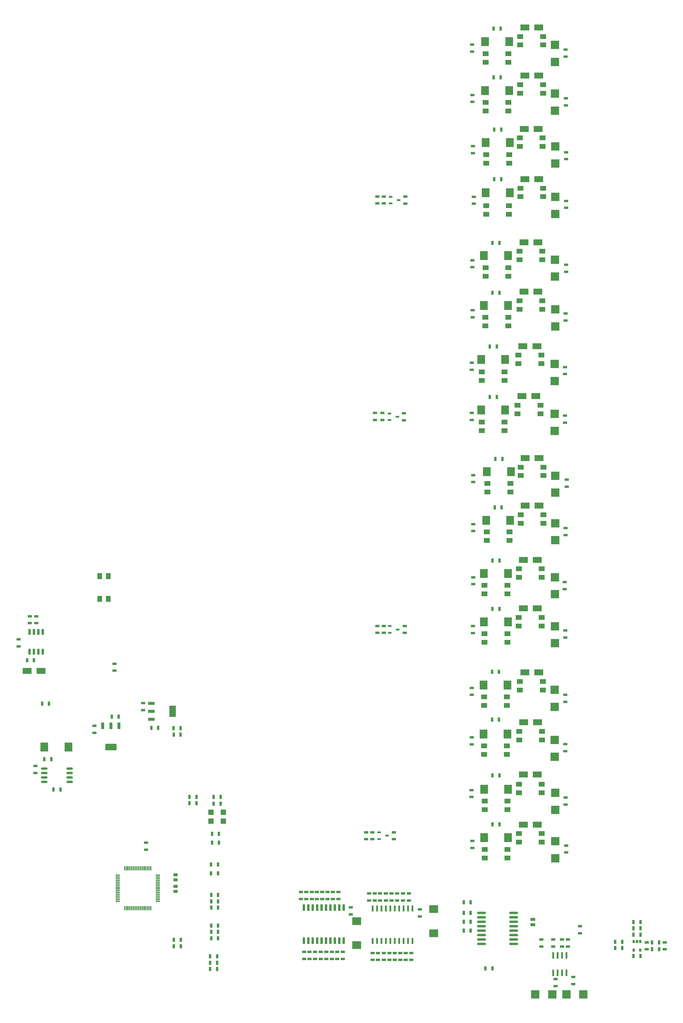
<source format=gbr>
%TF.GenerationSoftware,Altium Limited,Altium Designer,24.10.1 (45)*%
G04 Layer_Color=128*
%FSLAX43Y43*%
%MOMM*%
%TF.SameCoordinates,766D9AF5-BA92-4156-BEB6-FD46E2A8267A*%
%TF.FilePolarity,Positive*%
%TF.FileFunction,Paste,Bot*%
%TF.Part,Single*%
G01*
G75*
%TA.AperFunction,SMDPad,CuDef*%
%ADD15R,1.250X0.800*%
%ADD16R,0.800X1.250*%
%ADD53O,1.900X0.650*%
%ADD54R,2.200X2.500*%
G04:AMPARAMS|DCode=55|XSize=0.6mm|YSize=1.9mm|CornerRadius=0.051mm|HoleSize=0mm|Usage=FLASHONLY|Rotation=0.000|XOffset=0mm|YOffset=0mm|HoleType=Round|Shape=RoundedRectangle|*
%AMROUNDEDRECTD55*
21,1,0.600,1.798,0,0,0.0*
21,1,0.498,1.900,0,0,0.0*
1,1,0.102,0.249,-0.899*
1,1,0.102,-0.249,-0.899*
1,1,0.102,-0.249,0.899*
1,1,0.102,0.249,0.899*
%
%ADD55ROUNDEDRECTD55*%
G04:AMPARAMS|DCode=56|XSize=0.55mm|YSize=1.7mm|CornerRadius=0.05mm|HoleSize=0mm|Usage=FLASHONLY|Rotation=0.000|XOffset=0mm|YOffset=0mm|HoleType=Round|Shape=RoundedRectangle|*
%AMROUNDEDRECTD56*
21,1,0.550,1.601,0,0,0.0*
21,1,0.451,1.700,0,0,0.0*
1,1,0.099,0.226,-0.800*
1,1,0.099,-0.226,-0.800*
1,1,0.099,-0.226,0.800*
1,1,0.099,0.226,0.800*
%
%ADD56ROUNDEDRECTD56*%
%ADD57R,2.500X2.200*%
%ADD58R,1.450X1.800*%
%ADD59R,1.900X0.950*%
%ADD60R,1.900X3.250*%
%ADD61R,1.350X0.950*%
%ADD62R,2.400X2.400*%
%ADD63R,0.650X0.900*%
%ADD64R,1.194X0.305*%
%ADD65R,0.305X1.194*%
%ADD66O,2.600X0.700*%
%ADD67R,1.524X1.524*%
%ADD68R,1.262X0.958*%
%ADD69R,2.400X2.400*%
%ADD70R,0.530X1.980*%
%ADD71R,1.800X1.450*%
%ADD72R,1.050X0.600*%
%ADD73R,2.500X1.700*%
%ADD74R,0.950X1.900*%
%ADD75R,3.250X1.900*%
G04:AMPARAMS|DCode=76|XSize=0.65mm|YSize=1.65mm|CornerRadius=0.049mm|HoleSize=0mm|Usage=FLASHONLY|Rotation=0.000|XOffset=0mm|YOffset=0mm|HoleType=Round|Shape=RoundedRectangle|*
%AMROUNDEDRECTD76*
21,1,0.650,1.553,0,0,0.0*
21,1,0.553,1.650,0,0,0.0*
1,1,0.098,0.276,-0.776*
1,1,0.098,-0.276,-0.776*
1,1,0.098,-0.276,0.776*
1,1,0.098,0.276,0.776*
%
%ADD76ROUNDEDRECTD76*%
D15*
X110255Y55400D02*
D03*
Y53400D02*
D03*
X7350Y72397D02*
D03*
Y74397D02*
D03*
X104160Y18775D02*
D03*
Y20775D02*
D03*
X105705Y18775D02*
D03*
Y20775D02*
D03*
X107375Y18775D02*
D03*
Y20775D02*
D03*
X108965Y18775D02*
D03*
Y20775D02*
D03*
X110475Y18775D02*
D03*
Y20775D02*
D03*
X112105Y18775D02*
D03*
Y20775D02*
D03*
X90896Y21070D02*
D03*
Y19070D02*
D03*
X107940Y37851D02*
D03*
Y35851D02*
D03*
X106270Y37851D02*
D03*
Y35851D02*
D03*
X104725Y37851D02*
D03*
Y35851D02*
D03*
X109580Y37851D02*
D03*
Y35851D02*
D03*
X103170Y37851D02*
D03*
Y35851D02*
D03*
X111225Y37851D02*
D03*
Y35851D02*
D03*
X112915Y37851D02*
D03*
Y35851D02*
D03*
X114534Y37851D02*
D03*
Y35851D02*
D03*
X115250Y18775D02*
D03*
Y20775D02*
D03*
X113650Y18775D02*
D03*
Y20775D02*
D03*
X88195Y38275D02*
D03*
Y36275D02*
D03*
X86685Y38275D02*
D03*
Y36275D02*
D03*
X87620Y19070D02*
D03*
Y21070D02*
D03*
X86065Y19070D02*
D03*
Y21070D02*
D03*
X84490Y19075D02*
D03*
Y21075D02*
D03*
X89695Y38275D02*
D03*
Y36275D02*
D03*
X30100Y101739D02*
D03*
Y103739D02*
D03*
X2520Y108749D02*
D03*
Y110749D02*
D03*
X159464Y78685D02*
D03*
Y80685D02*
D03*
X132584Y82605D02*
D03*
Y80605D02*
D03*
X132574Y96793D02*
D03*
Y94793D02*
D03*
X133004Y143789D02*
D03*
Y141789D02*
D03*
X133222Y237678D02*
D03*
Y235678D02*
D03*
X132942Y252188D02*
D03*
Y250188D02*
D03*
X159590Y263903D02*
D03*
Y265903D02*
D03*
X159730Y216184D02*
D03*
Y218184D02*
D03*
X159333Y186824D02*
D03*
Y188824D02*
D03*
X182836Y21818D02*
D03*
Y23818D02*
D03*
X187993Y21818D02*
D03*
Y23818D02*
D03*
X39159Y50407D02*
D03*
Y52407D02*
D03*
X85130Y36275D02*
D03*
Y38275D02*
D03*
X91231Y36275D02*
D03*
Y38275D02*
D03*
X92750Y36275D02*
D03*
Y38275D02*
D03*
X161732Y13892D02*
D03*
Y11892D02*
D03*
X156662Y11292D02*
D03*
Y13292D02*
D03*
X160207Y22632D02*
D03*
Y24632D02*
D03*
X158477Y22632D02*
D03*
Y24632D02*
D03*
X155937D02*
D03*
Y22632D02*
D03*
X152592Y24632D02*
D03*
Y22632D02*
D03*
X163712Y26412D02*
D03*
Y28412D02*
D03*
X159403Y174884D02*
D03*
Y172884D02*
D03*
X159550Y204184D02*
D03*
Y202184D02*
D03*
X106937Y173643D02*
D03*
Y175643D02*
D03*
X104803D02*
D03*
Y173643D02*
D03*
X113162Y175563D02*
D03*
Y173563D02*
D03*
X94320Y38275D02*
D03*
Y36275D02*
D03*
X159500Y279873D02*
D03*
Y277873D02*
D03*
X107415Y237770D02*
D03*
Y235770D02*
D03*
X105494D02*
D03*
Y237770D02*
D03*
X159672Y236498D02*
D03*
Y234498D02*
D03*
X113561Y235720D02*
D03*
Y237720D02*
D03*
X83617Y36275D02*
D03*
Y38275D02*
D03*
X95605Y21070D02*
D03*
Y19070D02*
D03*
X159692Y250478D02*
D03*
Y248478D02*
D03*
X132623Y175654D02*
D03*
Y173654D02*
D03*
X132593Y188054D02*
D03*
Y190054D02*
D03*
X132850Y205114D02*
D03*
Y203114D02*
D03*
X132810Y217484D02*
D03*
Y219484D02*
D03*
X132770Y264883D02*
D03*
Y266883D02*
D03*
X132680Y279343D02*
D03*
Y281343D02*
D03*
X97927Y31825D02*
D03*
Y33825D02*
D03*
X117725Y31250D02*
D03*
Y33250D02*
D03*
X159714Y49585D02*
D03*
Y51585D02*
D03*
X159524Y63355D02*
D03*
Y65355D02*
D03*
X159484Y92815D02*
D03*
Y94815D02*
D03*
X159564Y142629D02*
D03*
Y140629D02*
D03*
X159854Y156549D02*
D03*
Y154549D02*
D03*
X159426Y111289D02*
D03*
Y113289D02*
D03*
X94000Y21070D02*
D03*
Y19070D02*
D03*
X92441D02*
D03*
Y21070D02*
D03*
X89255Y19070D02*
D03*
Y21070D02*
D03*
X159296Y127169D02*
D03*
Y125169D02*
D03*
X132774Y50915D02*
D03*
Y52915D02*
D03*
X132538Y67509D02*
D03*
Y65509D02*
D03*
X133064Y155839D02*
D03*
Y157839D02*
D03*
X132926Y112529D02*
D03*
Y114529D02*
D03*
X133056Y126559D02*
D03*
Y128559D02*
D03*
X113347Y114575D02*
D03*
Y112575D02*
D03*
X107370D02*
D03*
Y114575D02*
D03*
X105530Y112575D02*
D03*
Y114575D02*
D03*
X102275Y53380D02*
D03*
Y55380D02*
D03*
X104105D02*
D03*
Y53380D02*
D03*
X38270Y92459D02*
D03*
Y90459D02*
D03*
X7640Y115369D02*
D03*
Y117369D02*
D03*
X5740Y115369D02*
D03*
Y117369D02*
D03*
X24310Y83919D02*
D03*
Y85919D02*
D03*
D16*
X9925Y76330D02*
D03*
X11925D02*
D03*
X14568Y67659D02*
D03*
X12568D02*
D03*
X47035Y85247D02*
D03*
X49035D02*
D03*
X139394Y162459D02*
D03*
X141394D02*
D03*
X139056Y242697D02*
D03*
X141056D02*
D03*
X173793Y22188D02*
D03*
X175793D02*
D03*
X179013Y27838D02*
D03*
X181013D02*
D03*
X184363Y21808D02*
D03*
X186363D02*
D03*
X179013Y25998D02*
D03*
X181013D02*
D03*
X184363Y23818D02*
D03*
X186363D02*
D03*
X175793Y23998D02*
D03*
X173793D02*
D03*
X181019Y29657D02*
D03*
X179019D02*
D03*
X181013Y19891D02*
D03*
X179013D02*
D03*
X132303Y29712D02*
D03*
X130303D02*
D03*
Y35287D02*
D03*
X132303D02*
D03*
X130303Y32252D02*
D03*
X132303D02*
D03*
Y27172D02*
D03*
X130303D02*
D03*
X58087Y52421D02*
D03*
X60087D02*
D03*
X60087Y54961D02*
D03*
X58087D02*
D03*
X58552Y65561D02*
D03*
X60552D02*
D03*
X53592Y65561D02*
D03*
X51592D02*
D03*
X53592Y63711D02*
D03*
X51592D02*
D03*
X58552Y63561D02*
D03*
X60552D02*
D03*
X57823Y35552D02*
D03*
X59823D02*
D03*
X57823Y37384D02*
D03*
X59823D02*
D03*
X59826Y24951D02*
D03*
X57826D02*
D03*
X57826Y28620D02*
D03*
X59826D02*
D03*
X57826Y26832D02*
D03*
X59826D02*
D03*
X59823Y33784D02*
D03*
X57823D02*
D03*
X57757Y46131D02*
D03*
X59757D02*
D03*
X47087Y24536D02*
D03*
X49087D02*
D03*
X59757Y43591D02*
D03*
X57757D02*
D03*
X57522Y17957D02*
D03*
X59522D02*
D03*
X59511Y16147D02*
D03*
X57511D02*
D03*
X57522Y19787D02*
D03*
X59522D02*
D03*
X49087Y22696D02*
D03*
X47087D02*
D03*
X139763Y180254D02*
D03*
X137763D02*
D03*
X139763Y194724D02*
D03*
X137763D02*
D03*
X140540Y210153D02*
D03*
X138540D02*
D03*
X138570Y224473D02*
D03*
X140570D02*
D03*
X140870Y271912D02*
D03*
X138870D02*
D03*
Y285882D02*
D03*
X140870D02*
D03*
X141056Y256955D02*
D03*
X139056D02*
D03*
X140574Y57675D02*
D03*
X138574D02*
D03*
Y71689D02*
D03*
X140574D02*
D03*
X138414Y87685D02*
D03*
X140414D02*
D03*
X138414Y101425D02*
D03*
X140414D02*
D03*
X141174Y148559D02*
D03*
X139174D02*
D03*
X138556Y119449D02*
D03*
X140556D02*
D03*
X138556Y133339D02*
D03*
X140556D02*
D03*
X136498Y16325D02*
D03*
X138498D02*
D03*
X31290Y88539D02*
D03*
X29290D02*
D03*
X42630Y85339D02*
D03*
X40630D02*
D03*
X7005Y104691D02*
D03*
X5005D02*
D03*
X9300Y92302D02*
D03*
X11300D02*
D03*
X47065Y83377D02*
D03*
X49065D02*
D03*
D53*
X17218Y73647D02*
D03*
Y72377D02*
D03*
Y71107D02*
D03*
Y69837D02*
D03*
X9918Y73647D02*
D03*
Y72377D02*
D03*
Y71107D02*
D03*
Y69837D02*
D03*
D54*
X9950Y79830D02*
D03*
X16850D02*
D03*
X142213Y176564D02*
D03*
X135313D02*
D03*
X142213Y190964D02*
D03*
X135313D02*
D03*
X142990Y206483D02*
D03*
X136090D02*
D03*
X136120Y220784D02*
D03*
X143020D02*
D03*
X143320Y268143D02*
D03*
X136420D02*
D03*
X143320Y282223D02*
D03*
X136420D02*
D03*
X143492Y238868D02*
D03*
X136592D02*
D03*
X136606Y253233D02*
D03*
X143506D02*
D03*
X143024Y53805D02*
D03*
X136124D02*
D03*
X143024Y67759D02*
D03*
X136124D02*
D03*
X142864Y83535D02*
D03*
X135964D02*
D03*
X142864Y97635D02*
D03*
X135964D02*
D03*
X143624Y144895D02*
D03*
X136724D02*
D03*
X136944Y158799D02*
D03*
X143844D02*
D03*
X143006Y115734D02*
D03*
X136106D02*
D03*
X143006Y129659D02*
D03*
X136106D02*
D03*
D55*
X84460Y33775D02*
D03*
X85730D02*
D03*
X87000D02*
D03*
X88270D02*
D03*
X89540D02*
D03*
X90810D02*
D03*
X92080D02*
D03*
X93350D02*
D03*
X94620D02*
D03*
X95890D02*
D03*
X84460Y24275D02*
D03*
X85730D02*
D03*
X87000D02*
D03*
X88270D02*
D03*
X89540D02*
D03*
X90810D02*
D03*
X92080D02*
D03*
X93350D02*
D03*
X94620D02*
D03*
X95890D02*
D03*
D56*
X104160Y33500D02*
D03*
X105430D02*
D03*
X106700D02*
D03*
X107970D02*
D03*
X109240D02*
D03*
X110510D02*
D03*
X111780D02*
D03*
X113050D02*
D03*
X114320D02*
D03*
X115590D02*
D03*
X104160Y24200D02*
D03*
X105430D02*
D03*
X106700D02*
D03*
X107970D02*
D03*
X109240D02*
D03*
X110510D02*
D03*
X111780D02*
D03*
X113050D02*
D03*
X114320D02*
D03*
X115590D02*
D03*
D57*
X99625Y23025D02*
D03*
Y29925D02*
D03*
X121675Y26425D02*
D03*
Y33325D02*
D03*
D58*
X25875Y122325D02*
D03*
Y128875D02*
D03*
X28325Y122325D02*
D03*
Y128875D02*
D03*
D59*
X40660Y92359D02*
D03*
Y87759D02*
D03*
Y90059D02*
D03*
D60*
X46760D02*
D03*
D61*
X150147Y28854D02*
D03*
Y30354D02*
D03*
D62*
X156554Y152808D02*
D03*
Y157689D02*
D03*
X156433Y175434D02*
D03*
Y170553D02*
D03*
Y189724D02*
D03*
Y184843D02*
D03*
X156550Y205404D02*
D03*
Y200523D02*
D03*
X156510Y219644D02*
D03*
Y214763D02*
D03*
X156500Y267263D02*
D03*
Y262382D02*
D03*
X156490Y281223D02*
D03*
Y276342D02*
D03*
X156542Y237638D02*
D03*
Y232757D02*
D03*
Y252118D02*
D03*
Y247237D02*
D03*
X156574Y52825D02*
D03*
Y47944D02*
D03*
Y61814D02*
D03*
Y66695D02*
D03*
X156414Y81895D02*
D03*
Y77014D02*
D03*
Y96235D02*
D03*
Y91354D02*
D03*
X156584Y144039D02*
D03*
Y139158D02*
D03*
X156486Y109628D02*
D03*
Y114509D02*
D03*
X156496Y123668D02*
D03*
Y128549D02*
D03*
D63*
X180013Y24018D02*
D03*
X179063Y21618D02*
D03*
X180963D02*
D03*
Y24018D02*
D03*
X179063D02*
D03*
D64*
X42507Y41576D02*
D03*
Y42076D02*
D03*
Y42576D02*
D03*
Y37576D02*
D03*
X31007Y42576D02*
D03*
X42507Y43076D02*
D03*
Y41076D02*
D03*
Y40576D02*
D03*
Y40076D02*
D03*
Y39576D02*
D03*
Y39076D02*
D03*
Y38576D02*
D03*
Y38076D02*
D03*
Y37076D02*
D03*
Y36576D02*
D03*
Y36076D02*
D03*
Y35576D02*
D03*
X31007D02*
D03*
Y36076D02*
D03*
Y36576D02*
D03*
Y37076D02*
D03*
Y37576D02*
D03*
Y38076D02*
D03*
Y38576D02*
D03*
Y39076D02*
D03*
Y39576D02*
D03*
Y40076D02*
D03*
Y40576D02*
D03*
Y41076D02*
D03*
Y41576D02*
D03*
Y42076D02*
D03*
Y43076D02*
D03*
D65*
X35007Y45076D02*
D03*
X33507Y33576D02*
D03*
X40007Y45076D02*
D03*
X40507Y33576D02*
D03*
X40007D02*
D03*
X39507D02*
D03*
X39007D02*
D03*
X38507D02*
D03*
X38007D02*
D03*
X37507D02*
D03*
X37007D02*
D03*
X36507D02*
D03*
X36007D02*
D03*
X35507D02*
D03*
X35007D02*
D03*
X34507D02*
D03*
X34007D02*
D03*
X33007D02*
D03*
Y45076D02*
D03*
X33507D02*
D03*
X34007D02*
D03*
X34507D02*
D03*
X35507D02*
D03*
X36007D02*
D03*
X36507D02*
D03*
X37007D02*
D03*
X37507D02*
D03*
X38007D02*
D03*
X38507D02*
D03*
X39007D02*
D03*
X39507D02*
D03*
X40507D02*
D03*
D66*
X135368Y23362D02*
D03*
Y25902D02*
D03*
Y27172D02*
D03*
Y28442D02*
D03*
Y29712D02*
D03*
Y30982D02*
D03*
X144618Y23362D02*
D03*
Y24632D02*
D03*
Y25902D02*
D03*
Y27172D02*
D03*
Y28442D02*
D03*
Y29712D02*
D03*
Y30982D02*
D03*
Y32252D02*
D03*
X135368Y24632D02*
D03*
Y32252D02*
D03*
D67*
X61330Y58611D02*
D03*
X57774D02*
D03*
X61330Y61101D02*
D03*
X57774D02*
D03*
D68*
X47627Y41749D02*
D03*
Y43203D02*
D03*
Y39913D02*
D03*
Y38459D02*
D03*
D69*
X164653Y8862D02*
D03*
X159772D02*
D03*
X150806D02*
D03*
X155687D02*
D03*
D70*
X155937Y20027D02*
D03*
X157207D02*
D03*
X158477D02*
D03*
X159747D02*
D03*
Y15097D02*
D03*
X158477D02*
D03*
X157207D02*
D03*
X155937D02*
D03*
D71*
X135488Y173039D02*
D03*
X142038D02*
D03*
X135488Y170589D02*
D03*
X142038D02*
D03*
X145748Y177899D02*
D03*
X152298D02*
D03*
X145748Y175449D02*
D03*
X152298D02*
D03*
X142008Y184999D02*
D03*
X135458D02*
D03*
X142008Y187449D02*
D03*
X135458D02*
D03*
X146018Y192249D02*
D03*
X152568D02*
D03*
X146018Y189799D02*
D03*
X152568D02*
D03*
X136525Y203098D02*
D03*
X143075D02*
D03*
X136525Y200648D02*
D03*
X143075D02*
D03*
X152885Y205389D02*
D03*
X146335D02*
D03*
X152885Y207839D02*
D03*
X146335D02*
D03*
X143135Y214889D02*
D03*
X136585D02*
D03*
X143135Y217339D02*
D03*
X136585D02*
D03*
X146330Y222094D02*
D03*
X152880D02*
D03*
X146330Y219644D02*
D03*
X152880D02*
D03*
X136595Y264738D02*
D03*
X143145D02*
D03*
X136595Y262288D02*
D03*
X143145D02*
D03*
X153085Y267338D02*
D03*
X146535D02*
D03*
X153085Y269788D02*
D03*
X146535D02*
D03*
X143145Y276288D02*
D03*
X136595D02*
D03*
X143145Y278738D02*
D03*
X136595D02*
D03*
X153085Y281218D02*
D03*
X146535D02*
D03*
X153085Y283668D02*
D03*
X146535D02*
D03*
X136767Y235153D02*
D03*
X143317D02*
D03*
X136767Y232703D02*
D03*
X143317D02*
D03*
X153131Y237703D02*
D03*
X146581D02*
D03*
X153131Y240153D02*
D03*
X146581D02*
D03*
X143331Y247313D02*
D03*
X136781D02*
D03*
X143331Y249763D02*
D03*
X136781D02*
D03*
X146397Y254583D02*
D03*
X152947D02*
D03*
X146397Y252133D02*
D03*
X152947D02*
D03*
X142849Y48020D02*
D03*
X136299D02*
D03*
X142849Y50470D02*
D03*
X136299D02*
D03*
X152699Y52540D02*
D03*
X146149D02*
D03*
X152699Y54990D02*
D03*
X146149D02*
D03*
X142849Y61894D02*
D03*
X136299D02*
D03*
X142849Y64344D02*
D03*
X136299D02*
D03*
X146149Y69190D02*
D03*
X152699D02*
D03*
X146149Y66740D02*
D03*
X152699D02*
D03*
X142689Y77720D02*
D03*
X136139D02*
D03*
X142689Y80170D02*
D03*
X136139D02*
D03*
X152769Y81890D02*
D03*
X146219D02*
D03*
X152769Y84340D02*
D03*
X146219D02*
D03*
X142689Y91800D02*
D03*
X136139D02*
D03*
X142689Y94250D02*
D03*
X136139D02*
D03*
X152984Y96203D02*
D03*
X146434D02*
D03*
X152984Y98653D02*
D03*
X146434D02*
D03*
X143449Y139074D02*
D03*
X136899D02*
D03*
X143449Y141524D02*
D03*
X136899D02*
D03*
X153209Y144024D02*
D03*
X146659D02*
D03*
X153209Y146474D02*
D03*
X146659D02*
D03*
X137119Y155404D02*
D03*
X143669D02*
D03*
X137119Y152954D02*
D03*
X143669D02*
D03*
X146659Y160144D02*
D03*
X153209D02*
D03*
X146659Y157694D02*
D03*
X153209D02*
D03*
X142831Y109914D02*
D03*
X136281D02*
D03*
X142831Y112364D02*
D03*
X136281D02*
D03*
X146101Y117024D02*
D03*
X152651D02*
D03*
X146101Y114574D02*
D03*
X152651D02*
D03*
X142831Y123799D02*
D03*
X136281D02*
D03*
X142831Y126249D02*
D03*
X136281D02*
D03*
X152686Y128500D02*
D03*
X146136D02*
D03*
X152686Y130950D02*
D03*
X146136D02*
D03*
D72*
X108955Y173613D02*
D03*
Y175513D02*
D03*
X111255Y174563D02*
D03*
X109325Y235770D02*
D03*
Y237670D02*
D03*
X111625Y236720D02*
D03*
X109040Y112625D02*
D03*
Y114525D02*
D03*
X111340Y113575D02*
D03*
X106025Y53450D02*
D03*
Y55350D02*
D03*
X108325Y54400D02*
D03*
D73*
X151023Y180514D02*
D03*
X147023D02*
D03*
X151293Y194854D02*
D03*
X147293D02*
D03*
X151610Y210464D02*
D03*
X147610D02*
D03*
X151605Y224619D02*
D03*
X147605D02*
D03*
X147810Y272463D02*
D03*
X151810D02*
D03*
X147810Y286273D02*
D03*
X151810D02*
D03*
X151856Y242738D02*
D03*
X147856D02*
D03*
X147672Y257148D02*
D03*
X151672D02*
D03*
X151424Y57565D02*
D03*
X147424D02*
D03*
Y71975D02*
D03*
X151424D02*
D03*
X151524Y86985D02*
D03*
X147524D02*
D03*
X147829Y101248D02*
D03*
X151829D02*
D03*
X147934Y149059D02*
D03*
X151934D02*
D03*
X147934Y162729D02*
D03*
X151934D02*
D03*
X147406Y119609D02*
D03*
X151406D02*
D03*
X147391Y133525D02*
D03*
X151391D02*
D03*
X4980Y101709D02*
D03*
X8980D02*
D03*
D74*
X31320Y85919D02*
D03*
X26720D02*
D03*
X29020D02*
D03*
D75*
Y79819D02*
D03*
D76*
X9545Y107184D02*
D03*
X8275D02*
D03*
X7005D02*
D03*
X5735D02*
D03*
X9545Y112834D02*
D03*
X8275D02*
D03*
X7005D02*
D03*
X5735D02*
D03*
%TF.MD5,a4b6005f93b2de196c60e905b2e2dbb8*%
M02*

</source>
